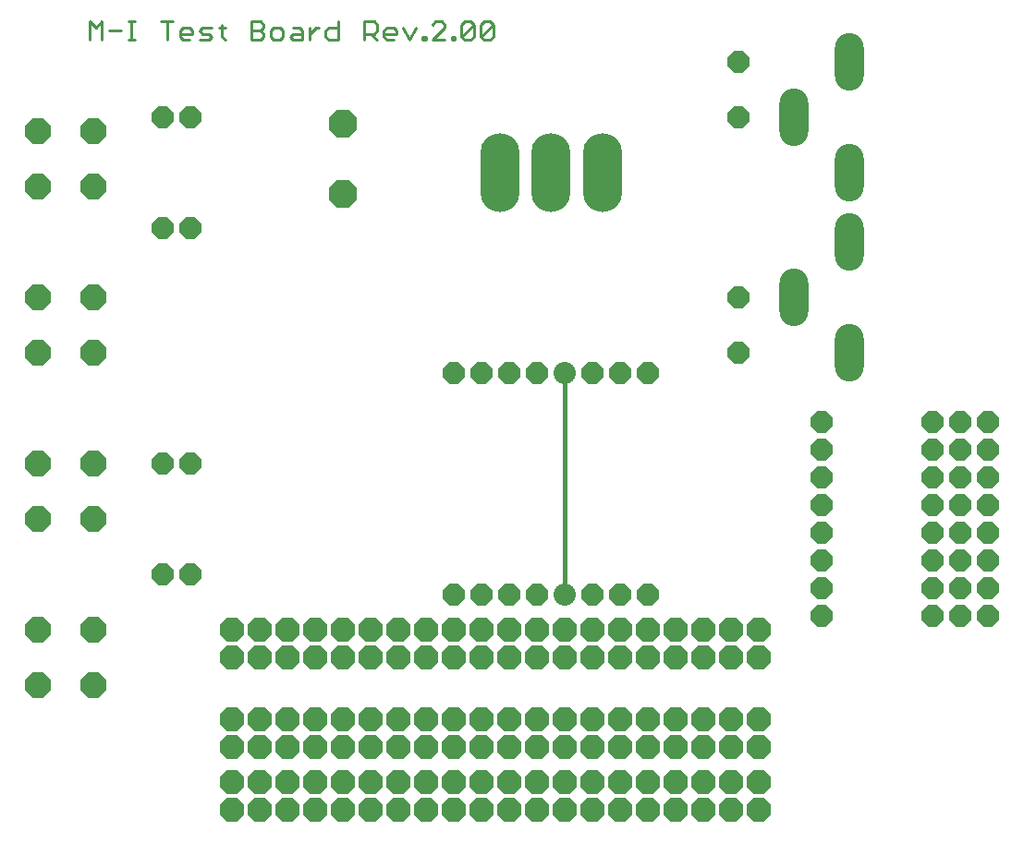
<source format=gbr>
G75*
G70*
%OFA0B0*%
%FSLAX24Y24*%
%IPPOS*%
%LPD*%
%AMOC8*
5,1,8,0,0,1.08239X$1,22.5*
%
%ADD10C,0.0090*%
%ADD11OC8,0.0800*%
%ADD12O,0.1420X0.2840*%
%ADD13OC8,0.0920*%
%ADD14OC8,0.0880*%
%ADD15OC8,0.1000*%
%ADD16O,0.1040X0.2080*%
%ADD17C,0.0160*%
%ADD18C,0.0800*%
D10*
X005259Y031873D02*
X005259Y032544D01*
X005482Y032320D01*
X005706Y032544D01*
X005706Y031873D01*
X005959Y032209D02*
X006406Y032209D01*
X006658Y032544D02*
X006882Y032544D01*
X006770Y032544D02*
X006770Y031873D01*
X006658Y031873D02*
X006882Y031873D01*
X007825Y032544D02*
X008272Y032544D01*
X008048Y032544D02*
X008048Y031873D01*
X008524Y031985D02*
X008524Y032209D01*
X008636Y032320D01*
X008860Y032320D01*
X008971Y032209D01*
X008971Y032097D01*
X008524Y032097D01*
X008524Y031985D02*
X008636Y031873D01*
X008860Y031873D01*
X009224Y031873D02*
X009559Y031873D01*
X009671Y031985D01*
X009559Y032097D01*
X009336Y032097D01*
X009224Y032209D01*
X009336Y032320D01*
X009671Y032320D01*
X009924Y032320D02*
X010147Y032320D01*
X010036Y032432D02*
X010036Y031985D01*
X010147Y031873D01*
X011090Y031873D02*
X011090Y032544D01*
X011425Y032544D01*
X011537Y032432D01*
X011537Y032320D01*
X011425Y032209D01*
X011090Y032209D01*
X011425Y032209D02*
X011537Y032097D01*
X011537Y031985D01*
X011425Y031873D01*
X011090Y031873D01*
X011790Y031985D02*
X011902Y031873D01*
X012125Y031873D01*
X012237Y031985D01*
X012237Y032209D01*
X012125Y032320D01*
X011902Y032320D01*
X011790Y032209D01*
X011790Y031985D01*
X012490Y031985D02*
X012601Y032097D01*
X012937Y032097D01*
X012937Y032209D02*
X012937Y031873D01*
X012601Y031873D01*
X012490Y031985D01*
X012601Y032320D02*
X012825Y032320D01*
X012937Y032209D01*
X013189Y032320D02*
X013189Y031873D01*
X013189Y032097D02*
X013413Y032320D01*
X013525Y032320D01*
X013773Y032209D02*
X013773Y031985D01*
X013884Y031873D01*
X014220Y031873D01*
X014220Y032544D01*
X014220Y032320D02*
X013884Y032320D01*
X013773Y032209D01*
X015172Y032097D02*
X015507Y032097D01*
X015619Y032209D01*
X015619Y032432D01*
X015507Y032544D01*
X015172Y032544D01*
X015172Y031873D01*
X015396Y032097D02*
X015619Y031873D01*
X015872Y031985D02*
X015872Y032209D01*
X015984Y032320D01*
X016207Y032320D01*
X016319Y032209D01*
X016319Y032097D01*
X015872Y032097D01*
X015872Y031985D02*
X015984Y031873D01*
X016207Y031873D01*
X016572Y032320D02*
X016795Y031873D01*
X017019Y032320D01*
X017271Y031985D02*
X017383Y031985D01*
X017383Y031873D01*
X017271Y031873D01*
X017271Y031985D01*
X017621Y031873D02*
X018068Y032320D01*
X018068Y032432D01*
X017957Y032544D01*
X017733Y032544D01*
X017621Y032432D01*
X017621Y031873D02*
X018068Y031873D01*
X018321Y031873D02*
X018433Y031873D01*
X018433Y031985D01*
X018321Y031985D01*
X018321Y031873D01*
X018671Y031985D02*
X019118Y032432D01*
X019118Y031985D01*
X019006Y031873D01*
X018783Y031873D01*
X018671Y031985D01*
X018671Y032432D01*
X018783Y032544D01*
X019006Y032544D01*
X019118Y032432D01*
X019371Y032432D02*
X019482Y032544D01*
X019706Y032544D01*
X019818Y032432D01*
X019371Y031985D01*
X019482Y031873D01*
X019706Y031873D01*
X019818Y031985D01*
X019818Y032432D01*
X019371Y032432D02*
X019371Y031985D01*
D11*
X028651Y031088D03*
X028651Y029088D03*
X028651Y022588D03*
X028651Y020588D03*
X025401Y019838D03*
X024401Y019838D03*
X023401Y019838D03*
X021401Y019838D03*
X020401Y019838D03*
X019401Y019838D03*
X018401Y019838D03*
X018401Y011838D03*
X019401Y011838D03*
X020401Y011838D03*
X021401Y011838D03*
X023401Y011838D03*
X024401Y011838D03*
X025401Y011838D03*
X031651Y012088D03*
X031651Y011088D03*
X031651Y013088D03*
X031651Y014088D03*
X031651Y015088D03*
X031651Y016088D03*
X031651Y017088D03*
X031651Y018088D03*
X035651Y018088D03*
X035651Y017088D03*
X035651Y016088D03*
X035651Y015088D03*
X035651Y014088D03*
X035651Y013088D03*
X035651Y012088D03*
X035651Y011088D03*
X036651Y011088D03*
X037651Y011088D03*
X037651Y012088D03*
X036651Y012088D03*
X036651Y013088D03*
X037651Y013088D03*
X037651Y014088D03*
X036651Y014088D03*
X036651Y015088D03*
X037651Y015088D03*
X037651Y016088D03*
X036651Y016088D03*
X036651Y017088D03*
X037651Y017088D03*
X037651Y018088D03*
X036651Y018088D03*
X008901Y016588D03*
X007901Y016588D03*
X007901Y012588D03*
X008901Y012588D03*
X008901Y025088D03*
X007901Y025088D03*
X007901Y029088D03*
X008901Y029088D03*
D12*
X020051Y027088D03*
X021901Y027088D03*
X023751Y027088D03*
D13*
X003401Y008588D03*
X005401Y008588D03*
X005401Y010588D03*
X003401Y010588D03*
X003401Y014588D03*
X005401Y014588D03*
X005401Y016588D03*
X003401Y016588D03*
X003401Y020588D03*
X005401Y020588D03*
X005401Y022588D03*
X003401Y022588D03*
X003401Y026588D03*
X005401Y026588D03*
X005401Y028588D03*
X003401Y028588D03*
D14*
X010401Y010588D03*
X010401Y009588D03*
X011401Y009588D03*
X012401Y009588D03*
X013401Y009588D03*
X014401Y009588D03*
X015401Y009588D03*
X016401Y009588D03*
X017401Y009588D03*
X018401Y009588D03*
X019401Y009588D03*
X020401Y009588D03*
X021401Y009588D03*
X022401Y009588D03*
X023401Y009588D03*
X024401Y009588D03*
X025401Y009588D03*
X026401Y009588D03*
X027401Y009588D03*
X028401Y009588D03*
X029401Y009588D03*
X029401Y010588D03*
X028401Y010588D03*
X027401Y010588D03*
X026401Y010588D03*
X025401Y010588D03*
X024401Y010588D03*
X023401Y010588D03*
X022401Y010588D03*
X021401Y010588D03*
X020401Y010588D03*
X019401Y010588D03*
X018401Y010588D03*
X017401Y010588D03*
X016401Y010588D03*
X015401Y010588D03*
X014401Y010588D03*
X013401Y010588D03*
X012401Y010588D03*
X011401Y010588D03*
X011401Y007338D03*
X012401Y007338D03*
X012401Y006338D03*
X011401Y006338D03*
X010401Y006338D03*
X010401Y007338D03*
X010401Y005088D03*
X010401Y004088D03*
X011401Y004088D03*
X012401Y004088D03*
X013401Y004088D03*
X014401Y004088D03*
X015401Y004088D03*
X016401Y004088D03*
X017401Y004088D03*
X018401Y004088D03*
X019401Y004088D03*
X020401Y004088D03*
X021401Y004088D03*
X022401Y004088D03*
X023401Y004088D03*
X024401Y004088D03*
X025401Y004088D03*
X026401Y004088D03*
X027401Y004088D03*
X028401Y004088D03*
X029401Y004088D03*
X029401Y005088D03*
X028401Y005088D03*
X027401Y005088D03*
X026401Y005088D03*
X025401Y005088D03*
X024401Y005088D03*
X023401Y005088D03*
X022401Y005088D03*
X021401Y005088D03*
X020401Y005088D03*
X019401Y005088D03*
X018401Y005088D03*
X017401Y005088D03*
X016401Y005088D03*
X015401Y005088D03*
X014401Y005088D03*
X013401Y005088D03*
X012401Y005088D03*
X011401Y005088D03*
X013401Y006338D03*
X014401Y006338D03*
X015401Y006338D03*
X016401Y006338D03*
X017401Y006338D03*
X018401Y006338D03*
X019401Y006338D03*
X020401Y006338D03*
X021401Y006338D03*
X022401Y006338D03*
X023401Y006338D03*
X024401Y006338D03*
X025401Y006338D03*
X026401Y006338D03*
X027401Y006338D03*
X028401Y006338D03*
X029401Y006338D03*
X029401Y007338D03*
X028401Y007338D03*
X027401Y007338D03*
X026401Y007338D03*
X025401Y007338D03*
X024401Y007338D03*
X023401Y007338D03*
X022401Y007338D03*
X021401Y007338D03*
X020401Y007338D03*
X019401Y007338D03*
X018401Y007338D03*
X017401Y007338D03*
X016401Y007338D03*
X015401Y007338D03*
X014401Y007338D03*
X013401Y007338D03*
D15*
X014401Y026308D03*
X014401Y028868D03*
D16*
X030651Y029088D03*
X032651Y027088D03*
X032651Y024588D03*
X030651Y022588D03*
X032651Y020588D03*
X032651Y031088D03*
D17*
X022401Y019838D02*
X022401Y011838D01*
D18*
X022401Y011838D03*
X022401Y019838D03*
M02*

</source>
